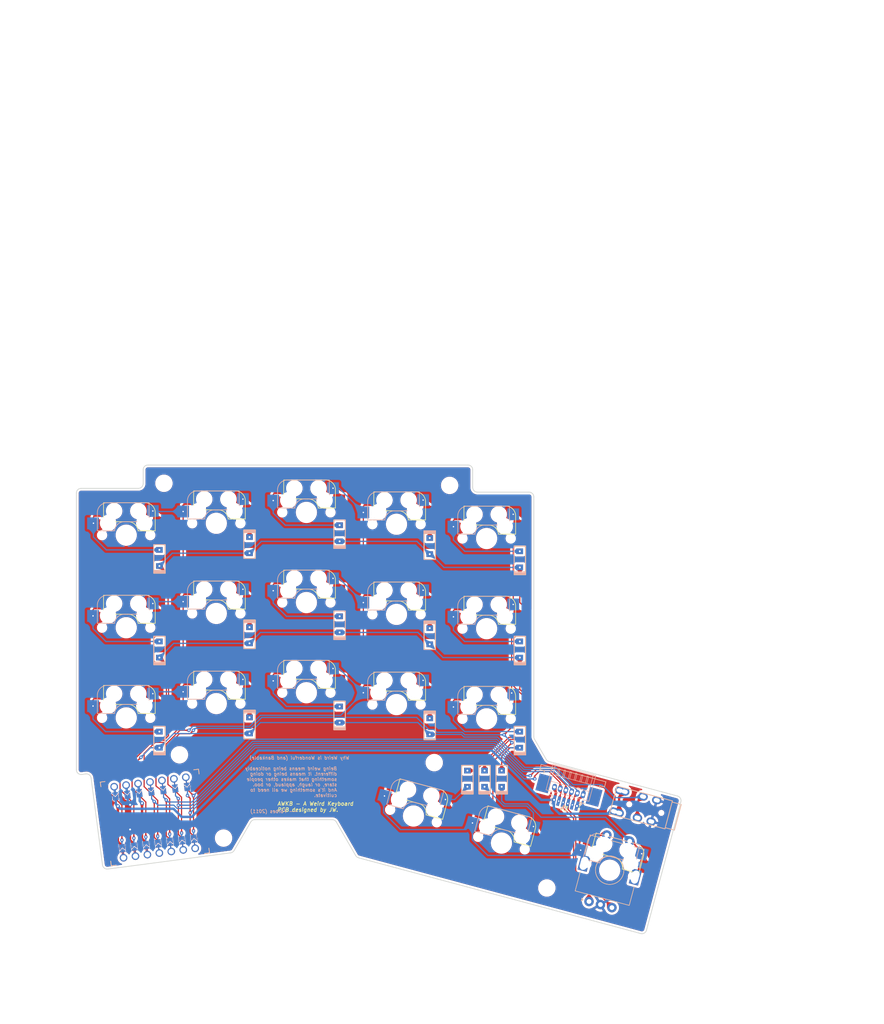
<source format=kicad_pcb>
(kicad_pcb (version 20240108) (generator "pcbnew") (generator_version "8.0")
  (layers (0 "F.Cu" signal) (31 "B.Cu" signal) (34 "B.Paste" user) (35 "F.Paste" user) (36 "B.SilkS" user "B.Silkscreen") (37 "F.SilkS" user "F.Silkscreen") (38 "B.Mask" user) (39 "F.Mask" user) (44 "Edge.Cuts" user))
  (net 0 "")
  (net 1 "row0")
  (net 2 "row1")
  (net 3 "row2")
  (net 4 "Net-(D1-A)")
  (net 5 "Net-(D3-A)")
  (net 6 "Net-(D5-A)")
  (net 7 "GND")
  (net 8 "col0")
  (net 9 "col1")
  (net 10 "col2")
  (net 11 "DATA")
  (net 12 "Net-(D2-K)")
  (net 13 "Net-(D4-K)")
  (net 14 "Net-(D16-K)")
  (net 15 "MISO")
  (net 16 "sw_row")
  (net 17 "NCS")
  (net 18 "VDD_5V")
  (net 19 "VCC")
  (net 20 "Net-(D12-K)")
  (net 21 "Net-(D13-A)")
  (net 22 "Net-(D15-A)")
  (net 23 "Net-(D11-A)")
  (net 24 "Net-(D14-K)")
  (net 25 "Net-(D6-A)")
  (net 26 "Net-(D7-K)")
  (net 27 "Net-(D8-A)")
  (net 28 "Net-(D9-K)")
  (net 29 "Net-(D10-A)")
  (net 30 "Net-(D17-K)")
  (net 31 "SCLK_ENCB")
  (net 32 "MOSI_ENCA")
  (footprint "jw_custom_footprint:Diode_SOD123_THT_2" (layer "F.Cu") (at 182.36765 96.785194 90)
    (property "Reference" "D10")
    (property "Value" "Diode")
  )
  (footprint "jw_custom_footprint:Diode_SOD123_THT_2" (layer "F.Cu") (at 163.367952 93.984794 -90)
    (property "Reference" "D9")
    (property "Value" "Diode")
  )
  (footprint "jw_custom_footprint:Diode_SOD123_THT_2" (layer "F.Cu") (at 125.368352 112.784594 -90)
    (property "Reference" "D12")
    (property "Value" "Diode")
  )
  (footprint "MountingHole:MountingHole_3.2mm_M3" (layer "F.Cu") (at 188.067152 147.042794)
    (property "Reference" "TH5" (hide yes))
    (property "Value" "HOLE")
  )
  (footprint "jw_custom_footprint:Diode_SOD123_THT_2" (layer "F.Cu") (at 171.314152 124.006794 90)
    (property "Reference" "D16")
    (property "Value" "Diode" (hide yes))
  )
  (footprint "MountingHole:MountingHole_3.2mm_M3" (layer "F.Cu") (at 164.318152 120.626794)
    (property "Reference" "TH4" (hide yes))
    (property "Value" "HOLE")
  )
  (footprint "jw_custom_footprint:CherryMX_Hotswap" (layer "F.Cu") (at 178.496055 137.562595 -15)
    (property "Reference" "SW17" (hide yes))
    (property "Value" "SW17" (hide yes))
  )
  (footprint "jw_custom_footprint:Diode_SOD123_THT_2" (layer "F.Cu") (at 163.367952 112.985194 -90)
    (property "Reference" "D14")
    (property "Value" "Diode")
  )
  (footprint "jw_custom_footprint:Diode_SOD123_THT_2" (layer "F.Cu") (at 144.367752 110.484794 90)
    (property "Reference" "D13")
    (property "Value" "Diode")
  )
  (footprint "jw_custom_footprint:Diode_SOD123_THT_2" (layer "F.Cu") (at 182.36765 77.785394 90)
    (property "Reference" "D5")
    (property "Value" "Diode")
  )
  (footprint "jw_custom_footprint:CherryMX_Hotswap" (layer "F.Cu") (at 156.367952 70.384834)
    (property "Reference" "SW4" (hide yes))
    (property "Value" "SW4")
  )
  (footprint "jw_custom_footprint:CherryMX_Hotswap" (layer "F.Cu") (at 156.367952 89.384794)
    (property "Reference" "SW9" (hide yes))
    (property "Value" "SW9")
  )
  (footprint "jw_custom_footprint:Diode_SOD123_THT_2" (layer "F.Cu") (at 144.367752 72.284634 90)
    (property "Reference" "D3")
    (property "Value" "Diode")
  )
  (footprint "jw_custom_footprint:Diode_SOD123_THT_2" (layer "F.Cu") (at 125.368352 93.784994 -90)
    (property "Reference" "D7")
    (property "Value" "Diode")
  )
  (footprint "jw_custom_footprint:CherryMX_Hotswap" (layer "F.Cu") (at 159.94243 131.865734 -15)
    (property "Reference" "SW16" (hide yes))
    (property "Value" "SW16" (hide yes))
  )
  (footprint "jw_custom_footprint:CherryMX_Hotswap" (layer "F.Cu") (at 156.367952 108.385194)
    (property "Reference" "SW14" (hide yes))
    (property "Value" "SW14")
  )
  (footprint "jw_custom_footprint:Diode_SOD123_THT_2" (layer "F.Cu") (at 182.36765 115.785194 90)
    (property "Reference" "D15")
    (property "Value" "Diode")
  )
  (footprint "jw_custom_footprint:Diode_SOD123_THT_2" (layer "F.Cu") (at 106.368152 77.484994 90)
    (property "Reference" "D1")
    (property "Value" "Diode")
  )
  (footprint "jw_custom_footprint:CherryMX_Hotswap" (layer "F.Cu") (at 99.368152 72.684994)
    (property "Reference" "SW1" (hide yes))
    (property "Value" "SW1")
  )
  (footprint "jw_custom_footprint:CherryMX_Hotswap" (layer "F.Cu") (at 175.36765 92.385194)
    (property "Reference" "SW10" (hide yes))
    (property "Value" "SW10")
  )
  (footprint "jw_custom_footprint:Diode_SOD123_THT_2" (layer "F.Cu") (at 144.367752 91.484594 90)
    (property "Reference" "D8")
    (property "Value" "Diode")
  )
  (footprint "jw_custom_footprint:CherryMX_Hotswap" (layer "F.Cu") (at 175.36765 73.385394)
    (property "Reference" "SW5" (hide yes))
    (property "Value" "SW5")
  )
  (footprint "jw_custom_footprint:Diode_SOD123_THT_2" (layer "F.Cu") (at 125.368352 74.785394 -90)
    (property "Reference" "D2")
    (property "Value" "Diode")
  )
  (footprint "jw_custom_footprint:Diode_SOD123_THT_2" (layer "F.Cu") (at 174.928152 124.006794 90)
    (property "Reference" "D17")
    (property "Value" "Diode" (hide yes))
  )
  (footprint "Connector_FFC-FPC:TE_84952-6_1x06-1MP_P1.0mm_Horizontal" (layer "F.Cu") (at 192.468212 127.38508 165)
    (property "Reference" "J3")
    (property "Value" "Conn_01x06_Female")
  )
  (footprint "jw_custom_footprint:CherryMX_Hotswap" (layer "F.Cu") (at 99.368152 111.184794)
    (property "Reference" "SW11" (hide yes))
    (property "Value" "SW11")
  )
  (footprint "jw_custom_footprint:Diode_SOD123_THT_2" (layer "F.Cu") (at 178.542152 124.006794 90)
    (property "Reference" "D18")
    (property "Value" "Diode" (hide yes))
  )
  (footprint "MountingHole:MountingHole_3.2mm_M3" (layer "F.Cu") (at 110.597152 118.975794)
    (property "Reference" "TH3" (hide yes))
    (property "Value" "HOLE" (hide yes))
  )
  (footprint "jw_custom_footprint:CherryMX_Hotswap" (layer "F.Cu") (at 118.368352 108.184594)
    (property "Reference" "SW12" (hide yes))
    (property "Value" "SW12")
  )
  (footprint "jw_custom_footprint:CherryMX_Hotswap" (layer "F.Cu") (at 201.314829 143.292722 -15)
    (property "Reference" "SW18" (hide yes))
    (property "Value" "SW18" (hide yes))
  )
  (footprint "jw_custom_image:square_1" (layer "F.Cu") (at 127.310352 126.925994 35)
    (property "Reference" "G***" (hide yes))
    (property "Value" "LOGO" (hide yes))
  )
  (footprint "jw_custom_footprint:CherryMX_Hotswap" (layer "F.Cu") (at 118.368352 70.185394)
    (property "Reference" "SW2" (hide yes))
    (property "Value" "SW2")
  )
  (footprint "MountingHole:MountingHole_3.2mm_M3" (layer "F.Cu") (at 167.569179 62.19675)
    (property "Reference" "TH1" (hide yes))
    (property "Value" "HOLE")
  )
  (footprint "jw_custom_footprint:CherryMX_Hotswap" (layer "F.Cu") (at 99.368152 92.184394)
    (property "Reference" "SW6" (hide yes))
    (property "Value" "SW6")
  )
  (footprint "jw_custom_footprint:CherryMX_Hotswap" (layer "F.Cu") (at 137.367752 67.884634)
    (property "Reference" "SW3" (hide yes))
    (property "Value" "SW3")
  )
  (footprint "jw_custom_footprint:TRRS-PJ-DPB2_mod" (layer "F.Cu") (at 213.75304 131.634109 -105)
    (property "Reference" "J1" (hide yes))
    (property "Value" "4PIN" (hide yes))
  )
  (footprint "jw_custom_footprint:Diode_SOD123_THT_2" (layer "F.Cu") (at 106.368152 115.784794 90)
    (property "Reference" "D11")
    (property "Value" "Diode")
  )
  (footprint "MountingHole:MountingHole_3.2mm_M3" (layer "F.Cu") (at 107.320552 61.749594)
    (property "Reference" "TH2" (hide yes))
    (property "Value" "HOLE")
  )
  (footprint "MountingHole:MountingHole_3.2mm_M3" (layer "F.Cu") (at 119.893552 136.527194)
    (property "Reference" "TH6" (hide yes))
    (property "Value" "HOLE" (hide yes))
  )
  (footprint "jw_custom_footprint:CherryMX_Hotswap" (layer "F.Cu") (at 175.36765 111.385194)
    (property "Reference" "SW15" (hide yes))
    (property "Value" "SW15")
  )
  (footprint "jw_custom_footprint:CherryMX_Hotswap" (layer "F.Cu") (at 137.367752 105.884794)
    (property "Reference" "SW13" (hide yes))
    (property "Value" "SW13")
  )
  (footprint "jw_custom_footprint:RotaryEncoder_Alps_EC11E-Switch_Vertical_H20mm" (layer "F.Cu") (at 201.314829 143.292722 165)
    (property "Reference" "EC1" (hide yes))
    (property "Value" "Rotary_Encoder_Switch")
  )
  (footprint "jw_custom_footprint:CherryMX_Hotswap" (layer "F.Cu") (at 137.367752 86.884594)
    (property "Reference" "SW8" (hide yes))
    (property "Value" "SW8")
  )
  (footprint "jw_custom_footprint:Diode_SOD123_THT_2" (layer "F.Cu") (at 106.368152 96.784394 90)
    (property "Reference" "D6")
    (property "Value" "Diode")
  )
  (footprint "jw_custom_footprint:Diode_SOD123_THT_2" (layer "F.Cu") (at 163.367952 74.984834 -90)
    (property "Reference" "D4")
    (property "Value" "Diode")
  )
  (footprint "jw_custom_footprint:CherryMX_Hotswap" (layer "F.Cu") (at 118.368352 89.184994)
    (property "Reference" "SW7" (hide yes))
    (property "Value" "SW7")
  )
  (footprint "Connector_FFC-FPC:TE_84952-6_1x06-1MP_P1.0mm_Horizontal" (layer "B.Cu") (at 192.468212 127.38508 -15)
    (property "Reference" "J4")
    (property "Value" "Conn_01x06_Female")
  )
  (footprint "jw_custom_footprint:Xiao THT jumper pad_flipped" (layer "B.Cu") (at 105.21003 132.218659 -82.5)
    (property "Reference" "U1" (hide yes))
    (property "Value" "SeeeduinoXIAO")
  )
  (footprint "Connector_Hirose:Hirose_DF13-06P-1.25DS_1x06_P1.25mm_Horizontal" (layer "B.Cu") (at 195.699771 127.398807 165)
    (property "Reference" "J2" (hide yes))
    (property "Value" "Conn_01x06_Female")
  )
  (gr_line (start 172.432333 58.898294) (end 172.432333 62.6139) (stroke (width 0.15)) (layer "Edge.Cuts"))
  (gr_line (start 185.451978 115.648394) (end 187.922516 119.927491) (stroke (width 0.15)) (layer "Edge.Cuts"))
  (gr_arc (start 209.081867 155.93768) (mid 208.615929 156.544834) (end 207.857121 156.644787) (stroke (width 0.15)) (layer "Edge.Cuts"))
  (gr_line (start 143.668384 133.135059) (end 147.754146 140.221685) (stroke (width 0.15)) (layer "Edge.Cuts"))
  (gr_line (start 142.80453 132.6388) (end 126.498814 132.6388) (stroke (width 0.15)) (layer "Edge.Cuts"))
  (gr_arc (start 142.80453 132.6388) (mid 143.302645 132.771706) (end 143.668384 133.135059) (stroke (width 0.15)) (layer "Edge.Cuts"))
  (gr_arc (start 125.633952 133.13679) (mid 125.99982 132.772196) (end 126.498814 132.6388) (stroke (width 0.15)) (layer "Edge.Cuts"))
  (gr_arc (start 215.621692 127.667011) (mid 216.228877 128.132939) (end 216.328799 128.891757) (stroke (width 0.15)) (layer "Edge.Cuts"))
  (gr_line (start 171.432333 57.898294) (end 103.939848 57.898294) (stroke (width 0.15)) (layer "Edge.Cuts"))
  (gr_line (start 121.388919 139.639202) (end 95.485573 143.051275) (stroke (width 0.15)) (layer "Edge.Cuts"))
  (gr_line (start 207.857121 156.644787) (end 148.361211 140.687573) (stroke (width 0.15)) (layer "Edge.Cuts"))
  (gr_arc (start 89.985278 123.119563) (mid 89.195434 122.879938) (end 88.854752 122.128118) (stroke (width 0.15)) (layer "Edge.Cuts"))
  (gr_arc (start 122.121904 139.151978) (mid 121.811897 139.480567) (end 121.388919 139.639202) (stroke (width 0.15)) (layer "Edge.Cuts"))
  (gr_arc (start 171.432333 57.898294) (mid 172.13944 58.191187) (end 172.432333 58.898294) (stroke (width 0.15)) (layer "Edge.Cuts"))
  (gr_arc (start 102.939848 61.817) (mid 102.646952 62.524088) (end 101.939848 62.817) (stroke (width 0.15)) (layer "Edge.Cuts"))
  (gr_line (start 89.854752 62.817) (end 101.939848 62.817) (stroke (width 0.15)) (layer "Edge.Cuts"))
  (gr_line (start 102.939848 61.817) (end 102.939848 58.898294) (stroke (width 0.15)) (layer "Edge.Cuts"))
  (gr_line (start 185.318003 64.6139) (end 185.318003 115.148394) (stroke (width 0.15)) (layer "Edge.Cuts"))
  (gr_line (start 91.959249 123.868739) (end 94.363421 142.189955) (stroke (width 0.15)) (layer "Edge.Cuts"))
  (gr_arc (start 102.939848 58.898294) (mid 103.23274 58.191173) (end 103.939848 57.898294) (stroke (width 0.15)) (layer "Edge.Cuts"))
  (gr_arc (start 188.529246 120.393289) (mid 188.179584 120.220694) (end 187.922516 119.927491) (stroke (width 0.15)) (layer "Edge.Cuts"))
  (gr_line (start 216.328799 128.891757) (end 209.081867 155.93768) (stroke (width 0.15)) (layer "Edge.Cuts"))
  (gr_line (start 90.837223 123.007402) (end 89.985278 123.119563) (stroke (width 0.15)) (layer "Edge.Cuts"))
  (gr_line (start 184.318003 63.6139) (end 173.432333 63.6139) (stroke (width 0.15)) (layer "Edge.Cuts"))
  (gr_line (start 215.621692 127.667011) (end 188.529246 120.393289) (stroke (width 0.15)) (layer "Edge.Cuts"))
  (gr_line (start 88.854752 63.817) (end 88.854752 122.128118) (stroke (width 0.15)) (layer "Edge.Cuts"))
  (gr_arc (start 95.485573 143.051275) (mid 94.746042 142.853111) (end 94.363421 142.189955) (stroke (width 0.15)) (layer "Edge.Cuts"))
  (gr_arc (start 88.854752 63.817) (mid 89.147648 63.109912) (end 89.854752 62.817) (stroke (width 0.15)) (layer "Edge.Cuts"))
  (gr_arc (start 184.318003 63.6139) (mid 185.02511 63.906793) (end 185.318003 64.6139) (stroke (width 0.15)) (layer "Edge.Cuts"))
  (gr_arc (start 173.432333 63.6139) (mid 172.725205 63.321018) (end 172.432333 62.6139) (stroke (width 0.15)) (layer "Edge.Cuts"))
  (gr_arc (start 148.361211 140.687573) (mid 148.011337 140.515007) (end 147.754146 140.221685) (stroke (width 0.15)) (layer "Edge.Cuts"))
  (gr_arc (start 90.837223 123.007402) (mid 91.576678 123.205622) (end 91.959249 123.868739) (stroke (width 0.15)) (layer "Edge.Cuts"))
  (gr_line (start 125.633952 133.13679) (end 122.121904 139.151978) (stroke (width 0.15)) (layer "Edge.Cuts"))
  (gr_arc (start 185.451978 115.648394) (mid 185.352064 115.407215) (end 185.318003 115.148394) (stroke (width 0.15)) (layer "Edge.Cuts"))
  (gr_text "Why Weird is Wonderful (and Bankable)\n\n	Being weird means being noticeably \n	different. It means being or doing \n	something that makes other people \n	stare, or laugh, applaud, or boo. \n	And it's something we all need to \n	cultivate.\n\n\n				-- Forbes (2011)" (at 146.538152 131.294794 0) (layer "B.SilkS") (effects (font (size 0.7 0.7) (thickness 0.125) (bold yes) (italic yes)) (justify left bottom mirror)))
  (gr_text "AWKB - A Weird Keyboard\nPCB designed by JW." (at 131.171152 129.923194 0) (layer "F.SilkS") (effects (font (size 0.8 0.8) (thickness 0.15) (italic yes)) (justify left)))
  (segment (start 182.36765 79.285394) (end 182.36765 86.875026) (width 0.25) (layer "F.Cu") (net 1))
  (segment (start 180.066152 115.292794) (end 173.052152 122.306794) (width 0.25) (layer "F.Cu") (net 1))
  (segment (start 183.241152 115.292794) (end 180.066152 115.292794) (width 0.25) (layer "F.Cu") (net 1))
  (segment (start 173.052152 122.306794) (end 171.314152 122.306794) (width 0.25) (layer "F.Cu") (net 1))
  (segment (start 181.094624 104.548981) (end 183.990224 107.444581) (width 0.25) (layer "F.Cu") (net 1))
  (segment (start 183.939424 91.507318) (end 181.094624 94.352118) (width 0.25) (layer "F.Cu") (net 1))
  (segment (start 108.196624 91.305922) (end 105.161552 94.340994) (width 0.25) (layer "F.Cu") (net 1))
  (segment (start 95.430261 126.566532) (end 96.962664 128.098935) (width 0.25) (layer "F.Cu") (net 1))
  (segment (start 107.134334 115.460294) (end 104.929409 115.460294) (width 0.25) (layer "F.Cu") (net 1))
  (segment (start 183.990224 114.543722) (end 183.241152 115.292794) (width 0.25) (layer "F.Cu") (net 1))
  (segment (start 98.45785 136.947982) (end 98.457032 136.947164) (width 0.25) (layer "F.Cu") (net 1))
  (segment (start 106.368152 79.184994) (end 108.196624 81.013466) (width 0.25) (layer "F.Cu") (net 1))
  (segment (start 98.457032 129.593303) (end 97.17067 128.306941) (width 0.25) (layer "F.Cu") (net 1))
  (segment (start 183.939424 88.4468) (end 183.939424 91.507318) (width 0.25) (layer "F.Cu") (net 1))
  (segment (start 98.457032 136.947164) (end 98.457032 129.593303) (width 0.25) (layer "F.Cu") (net 1))
  (segment (start 105.161552 99.189194) (end 107.847145 101.874787) (width 0.25) (layer "F.Cu") (net 1))
  (segment (start 95.430261 124.959442) (end 95.430261 126.566532) (width 0.25) (layer "F.Cu") (net 1))
  (segment (start 96.962664 128.098935) (end 97.143286 128.098935) (width 0.25) (layer "F.Cu") (net 1))
  (segment (start 182.36765 86.875026) (end 183.939424 88.4468) (width 0.25) (layer "F.Cu") (net 1))
  (segment (start 108.196624 81.013466) (end 108.196624 91.305922) (width 0.25) (layer "F.Cu") (net 1))
  (segment (start 105.161552 94.340994) (end 105.161552 99.189194) (width 0.25) (layer "F.Cu") (net 1))
  (segment (start 107.847145 101.874787) (end 107.847145 114.747483) (width 0.25) (layer "F.Cu") (net 1))
  (segment (start 107.847145 114.747483) (end 107.134334 115.460294) (width 0.25) (layer "F.Cu") (net 1))
  (segment (start 183.990224 107.444581) (end 183.990224 114.543722) (width 0.25) (layer "F.Cu") (net 1))
  (segment (start 104.929409 115.460294) (end 95.430261 124.959442) (width 0.25) (layer "F.Cu") (net 1))
  (segment (start 181.094624 94.352118) (end 181.094624 104.548981) (width 0.25) (layer "F.Cu") (net 1))
  (via (at 98.45785 136.947982) (size 0.7) (drill 0.3) (layers "F.Cu" "B.Cu") (net 1))
  (segment (start 144.367752 73.984634) (end 127.869112 73.984634) (width 0.25) (layer "B.Cu") (net 1))
  (segment (start 98.457032 136.9488) (end 98.457032 138.077828) (width 0.25) (layer "B.Cu") (net 1))
  (segment (start 144.367752 73.984634) (end 160.667752 73.984634) (width 0.25) (layer "B.Cu") (net 1))
  (segment (start 125.368352 76.485394) (end 109.067752 76.485394) (width 0.25) (layer "B.Cu") (net 1))
  (segment (start 98.45785 136.947982) (end 98.457032 136.9488) (width 0.25) (layer "B.Cu") (net 1))
  (segment (start 166.368512 79.485394) (end 163.367952 76.484834) (width 0.25) (layer "B.Cu") (net 1))
  (segment (start 160.667752 73.984634) (end 163.367952 76.684834) (width 0.25) (layer "B.Cu") (net 1))
  (segment (start 109.067752 76.485394) (end 106.368152 79.184994) (width 0.25) (layer "B.Cu") (net 1))
  (segment (start 127.869112 73.984634) (end 125.368352 76.485394) (width 0.25) (layer "B.Cu") (net 1))
  (segment (start 182.36765 79.485394) (end 166.368512 79.485394) (width 0.25) (layer "B.Cu") (net 1))
  (segment (start 100.975302 129.261766) (end 99.68894 127.975404) (width 0.25) (layer "F.Cu") (net 2))
  (segment (start 174.928152 121.06719) (end 174.928152 122.306794) (width 0.25) (layer "F.Cu") (net 2))
  (segment (start 184.440224 114.730118) (end 183.427548 115.742794) (width 0.25) (layer "F.Cu") (net 2))
  (segment (start 105.115805 115.910294) (end 98.066 122.960099) (width 0.25) (layer "F.Cu") (net 2))
  (segment (start 180.252548 115.742794) (end 174.928152 121.06719) (width 0.25) (layer "F.Cu") (net 2))
  (segment (start 108.297145 114.933879) (end 107.32073 115.910294) (width 0.25) (layer "F.Cu") (net 2))
  (segment (start 100.975302 136.5424) (end 100.975302 129.261766) (width 0.25) (layer "F.Cu") (net 2))
  (segment (start 98.066 126.296969) (end 99.533653 127.764622) (width 0.25) (layer "F.Cu") (net 2))
  (segment (start 98.066 122.960099) (end 98.066 126.296969) (width 0.25) (layer "F.Cu") (net 2))
  (segment (start 183.427548 115.742794) (end 180.252548 115.742794) (width 0.25) (layer "F.Cu") (net 2))
  (segment (start 106.368152 98.484394) (end 108.297145 100.413387) (width 0.25) (layer "F.Cu") (net 2))
  (segment (start 184.440224 107.258185) (end 184.440224 114.730118) (width 0.25) (layer "F.Cu") (net 2))
  (segment (start 107.32073 115.910294) (end 105.115805 115.910294) (width 0.25) (layer "F.Cu") (net 2))
  (segment (start 182.36765 105.185611) (end 184.440224 107.258185) (width 0.25) (layer "F.Cu") (net 2))
  (segment (start 182.36765 98.485194) (end 182.36765 105.185611) (width 0.25) (layer "F.Cu") (net 2))
  (segment (start 108.297145 100.413387) (end 108.297145 114.933879) (width 0.25) (layer "F.Cu") (net 2))
  (via (at 100.975302 136.5424) (size 0.7) (drill 0.3) (layers "F.Cu" "B.Cu") (net 2))
  (segment (start 100.975302 136.5424) (end 100.975302 137.746292) (width 0.25) (layer "B.Cu") (net 2))
  (segment (start 166.168352 98.485194) (end 163.367952 95.684794) (width 0.25) (layer "B.Cu") (net 2))
  (segment (start 144.367752 93.184594) (end 160.867752 93.184594) (width 0.25) (layer "B.Cu") (net 2))
  (segment (start 109.367552 95.484994) (end 106.368152 98.484394) (width 0.25) (layer "B.Cu") (net 2))
  (segment (start 127.668752 93.184594) (end 125.368352 95.484994) (width 0.25) (layer "B.Cu") (net 2))
  (segment (start 163.367952 95.684794) (end 163.367952 95.484794) (width 0.25) (layer "B.Cu") (net 2))
  (segment (start 166.168352 98.485194) (end 182.36765 98.485194) (width 0.25) (layer "B.Cu") (net 2))
  (segment (start 160.867752 93.184594) (end 163.367952 95.684794) (width 0.25) (layer "B.Cu") (net 2))
  (segment (start 125.368352 95.484994) (end 109.367552 95.484994) (width 0.25) (layer "B.Cu") (net 2))
  (segment (start 144.367752 93.184594) (end 127.668752 93.184594) (width 0.25) (layer "B.Cu") (net 2))
  (segment (start 180.315359 117.485194) (end 178.542152 119.258401) (width 0.25) (layer "F.Cu") (net 3))
  (segment (start 103.5011 136.2884) (end 103.5016 136.2879) (width 0.25) (layer "F.Cu") (net 3))
  (segment (start 178.542152 119.258401) (end 178.542152 122.306794) (width 0.25) (layer "F.Cu") (net 3))
  (segment (start 103.5016 128.938258) (end 102.20721 127.643868) (width 0.25) (layer "F.Cu") (net 3))
  (segment (start 102.4715 119.509194) (end 100.606 121.374694) (width 0.25) (layer "F.Cu") (net 3))
  (segment (start 182.36765 117.485194) (end 180.315359 117.485194) (width 0.25) (layer "F.Cu") (net 3))
  (segment (start 103.5016 136.2879) (end 103.5016 128.938258) (width 0.25) (layer "F.Cu") (net 3))
  (segment (start 100.606 125.987163) (end 102.051922 127.433085) (width 0.25) (layer "F.Cu") (net 3))
  (segment (start 182.367224 117.48562) (end 182.36765 117.485194) (width 0.25) (layer "F.Cu") (net 3))
  (segment (start 100.606 121.374694) (end 100.606 125.987163) (width 0.25) (layer "F.Cu") (net 3))
  (segment (start 178.542578 122.278368) (end 178.514152 122.306794) (width 0.3) (layer "F.Cu") (net 3))
  (via (at 103.5011 136.2884) (size 0.7) (drill 0.3) (layers "F.Cu" "B.Cu") (net 3))
  (via (at 102.4715 119.509194) (size 0.7) (drill 0.3) (layers "F.Cu" "B.Cu") (net 3))
  (segment (start 127.668152 112.184794) (end 125.368352 114.484594) (width 0.25) (layer "B.Cu") (net 3))
  (segment (start 109.368352 114.484594) (end 106.368152 117.484794) (width 0.25) (layer "B.Cu") (net 3))
  (segment (start 177.65271 115.2342) (end 179.903704 117.485194) (width 0.25) (layer "B.Cu") (net 3))
  (segment (start 103.493572 136.295928) (end 103.493572 137.414755) (width 0.25) (layer "B.Cu") (net 3))
  (segment (start 104.4959 117.484794) (end 106.368152 117.484794) (width 0.25) (layer "B.Cu") (net 3))
  (segment (start 160.867552 112.184794) (end 163.367952 114.685194) (width 0.25) (layer "B.Cu") (net 3))
  (segment (start 144.367752 112.184794) (end 127.668152 112.184794) (width 0.25) (layer "B.Cu") (net 3))
  (segment (start 179.903704 117.485194) (end 182.36765 117.485194) (width 0.25) (layer "B.Cu") (net 3))
  (segment (start 170.043026 114.685194) (end 170.592032 115.2342) (width 0.25) (layer "B.Cu") (net 3))
  (segment (start 170.592032 115.2342) (end 177.65271 115.2342) (width 0.25) (layer "B.Cu") (net 3))
  (segment (start 102.4715 119.509194) (end 104.4959 117.484794) (width 0.25) (layer "B.Cu") (net 3))
  (segment (start 125.368352 114.484594) (end 109.368352 114.484594) (width 0.25) (layer "B.Cu") (net 3))
  (segment (start 163.367952 114.685194) (end 170.043026 114.685194) (width 0.25) (layer "B.Cu") (net 3))
  (segment (start 103.5011 136.2884) (end 103.493572 136.295928) (width 0.25) (layer "B.Cu") (net 3))
  (segment (start 144.367752 112.184794) (end 160.867552 112.184794) (width 0.25) (layer "B.Cu") (net 3))
  (segment (start 92.458756 68.88439) (end 92.458756 70.170397) (width 0.25) (layer "F.Cu") (net 4))
  (segment (start 93.757552 67.585594) (end 92.458756 68.88439) (width 0.25) (layer "F.Cu") (net 4))
  (via (at 92.458756 70.170397) (size 0.7) (drill 0.3) (layers "F.Cu" "B.Cu") (net 4))
  (segment (start 92.458756 73.076732) (end 95.167018 75.784994) (width 0.25) (layer "B.Cu") (net 4))
  (segment (start 92.458756 70.170397) (end 92.458756 73.076732) (width 0.25) (layer "B.Cu") (net 4))
  (segment (start 95.167018 75.784994) (end 106.368152 75.784994) (width 0.25) (layer "B.Cu") (net 4))
  (segment (start 131.690852 62.779234) (end 130.370052 64.100034) (width 0.25) (layer "F.Cu") (net 5))
  (segment (start 130.370052 64.100034) (end 130.370052 65.395434) (width 0.25) (layer "F.Cu") (net 5))
  (via (at 130.370052 65.395434) (size 0.7) (drill 0.3) (layers "F.Cu" "B.Cu") (net 5))
  (segment (start 130.370052 65.395434) (end 130.370052 68.051828) (width 0.25) (layer "B.Cu") (net 5))
  (segment (start 130.370052 68.051828) (end 132.902858 70.584634) (width 0.25) (layer "B.Cu") (net 5))
  (segment (start 132.902858 70.584634) (end 144.367752 70.584634) (width 0.25) (layer "B.Cu") (net 5))
  (segment (start 168.36995 69.600794) (end 168.36995 70.896194) (width 0.25) (layer "F.Cu") (net 6))
  (segment (start 169.69075 68.279994) (end 168.36995 69.600794) (width 0.25) (layer "F.Cu") (net 6))
  (via (at 168.36995 70.896194) (size 0.7) (drill 0.3) (layers "F.Cu" "B.Cu") (net 6))
  (segment (start 168.36995 73.699116) (end 168.36995 70.896194) (width 0.25) (layer "B.Cu") (net 6))
  (segment (start 182.36765 76.085394) (end 170.756228 76.085394) (width 0.25) (layer "B.Cu") (net 6))
  (segment (start 170.756228 76.085394) (end 168.36995 73.699116) (width 0.25) (layer "B.Cu") (net 6))
  (segment (start 100.184869 129.495931) (end 100.175302 129.505498) (width 0.5) (layer "F.Cu") (net 7))
  (segment (start 100.175302 136.946292) (end 100.975302 137.746292) (width 0.5) (layer "F.Cu") (net 7))
  (segment (start 195.596155 127.785505) (end 194.830691 128.227446) (width 0.5) (layer "F.Cu") (net 7))
  (segment (start 195.699771 127.398807) (end 195.596155 127.785505) (width 0.5) (layer "F.Cu") (net 7))
  (segment (start 194.830691 128.227446) (end 194.417152 129.770794) (width 0.5) (layer "F.Cu") (net 7))
  (segment (start 100.175302 129.505498) (end 100.175302 136.946292) (width 0.5) (layer "F.Cu") (net 7))
  (via (at 100.184869 134.7136) (size 0.8) (drill 0.4) (layers "F.Cu" "B.Cu") (net 7))
  (via (at 194.417152 129.770794) (size 0.8) (drill 0.4) (layers "F.Cu" "B.Cu") (net 7))
  (via (at 100.184869 129.495931) (size 0.8) (drill 0.4) (layers "F.Cu" "B.Cu") (net 7))
  (segment (start 100.184869 129.495931) (end 99.68894 129.000002) (width 0.5) (layer "B.Cu") (net 7))
  (segment (start 99.68894 129.000002) (end 99.68894 127.975404) (width 0.5) (layer "B.Cu") (net 7))
  (segment (start 106.277548 107.38419) (end 104.978752 106.085394) (width 0.25) (layer "F.Cu") (net 8))
  (segment (start 106.277548 88.38379) (end 104.978752 87.084994) (width 0.25) (layer "F.Cu") (net 8))
  (segment (start 103.146 125.677356) (end 104.570193 127.101549) (width 0.25) (layer "F.Cu") (net 8))
  (segment (start 111.370652 86.695794) (end 111.370652 101.758394) (width 0.25) (layer "F.Cu") (net 8))
  (segment (start 106.004656 136.122144) (end 106.004656 128.591507) (width 0.25) (layer "F.Cu") (net 8))
  (segment (start 111.370652 82.758794) (end 112.691452 84.079594) (width 0.25) (layer "F.Cu") (net 8))
  (segment (start 111.370652 85.400394) (end 111.370652 86.695794) (width 0.25) (layer "F.Cu") (net 8))
  (segment (start 107.507126 116.360294) (end 105.465652 116.360294) (width 0.25) (layer "F.Cu") (net 8))
  (segment (start 111.370652 101.758394) (end 112.691452 103.079194) (width 0.25) (layer "F.Cu") (net 8))
  (segment (start 111.370652 112.496768) (end 107.507126 116.360294) (width 0.25) (layer "F.Cu") (net 8))
  (segment (start 106.277548 108.670197) (end 106.277548 107.38419) (width 0.25) (layer "F.Cu") (net 8))
  (segment (start 111.370652 105.695394) (end 111.370652 112.496768) (width 0.25) (layer "F.Cu") (net 8))
  (segment (start 111.370652 67.696194) (end 111.370652 66.400794) (width 0.35) (layer "F.Cu") (net 8))
  (segment (start 106.277548 68.88439) (end 104.978752 67.585594) (width 0.25) (layer "F.Cu") (net 8))
  (segment (start 106.277548 89.669797) (end 106.277548 88.38379) (width 0.25) (layer "F.Cu") (net 8))
  (segment (start 111.370652 104.399994) (end 111.370652 105.695394) (width 0.25) (layer "F.Cu") (net 8))
  (segment (start 106.277548 70.170397) (end 106.277548 68.88439) (width 0.25) (layer "F.Cu") (net 8))
  (segment (start 111.370652 66.400794) (end 112.691452 65.079994) (width 0.35) (layer "F.Cu") (net 8))
  (segment (start 103.146 118.679946) (end 103.146 125.677356) (width 0.25) (layer "F.Cu") (net 8))
  (segment (start 105.465652 116.360294) (end 103.146 118.679946) (width 0.25) (layer "F.Cu") (net 8))
  (segment (start 112.691452 84.079594) (end 111.370652 85.400394) (width 0.25) (layer "F.Cu") (net 8))
  (segment (start 106.004656 128.591507) (end 104.72548 127.312331) (width 0.25) (layer "F.Cu") (net 8))
  (segment (start 112.691452 103.079194) (end 111.370652 104.399994) (width 0.25) (layer "F.Cu") (net 8))
  (segment (start 111.370652 67.696194) (end 111.370652 82.758794) (width 0.25) (layer "F.Cu") (net 8))
  (via (at 111.370652 67.696194) (size 0.7) (drill 0.3) (layers "F.Cu" "B.Cu") (net 8))
  (via (at 104.978752 106.085394) (size 0.7) (drill 0.3) (layers "F.Cu" "B.Cu") (net 8))
  (via (at 111.370652 105.695394) (size 0.7) (drill 0.3) (layers "F.Cu" "B.Cu") (net 8))
  (via (at 106.004656 136.122144) (size 0.7) (drill 0.3) (layers "F.Cu" "B.Cu") (net 8))
  (via (at 111.370652 86.695794) (size 0.7) (drill 0.3) (layers "F.Cu" "B.Cu") (net 8))
  (via (at 104.978752 67.585594) (size 0.7) (drill 0.3) (layers "F.Cu" "B.Cu") (net 8))
  (via (at 104.978752 87.084994) (size 0.7) (drill 0.3) (layers "F.Cu" "B.Cu") (net 8))
  (segment (start 105.089352 67.696194) (end 104.978752 67.585594) (width 0.25) (layer "B.Cu") (net 8))
  (segment (start 111.370652 86.695794) (end 105.367952 86.695794) (width 0.25) (layer "B.Cu") (net 8))
  (segment (start 105.368752 105.695394) (end 104.978752 106.085394) (width 0.25) (layer "B.Cu") (net 8))
  (segment (start 106.004656 136.122144) (end 106.011842 136.12933) (width 0.25) (layer "B.Cu") (net 8))
  (segment (start 111.370652 67.696194) (end 105.089352 67.696194) (width 0.25) (layer "B.Cu") (net 8))
  (segment (start 105.367952 86.695794) (end 104.978752 87.084994) (width 0.25) (layer "B.Cu") (net 8))
  (segment (start 111.370652 105.695394) (end 105.368752 105.695394) (width 0.25) (layer "B.Cu") (net 8))
  (segment (start 106.011842 136.12933) (end 106.011842 137.083219) (width 0.25) (layer "B.Cu") (net 8))
  (segment (start 105.787956 125.674236) (end 107.216001 126.770013) (width 0.25) (layer "F.Cu") (net 9))
  (segment (start 105.644152 120.158794) (end 105.644152 125.530432) (width 0.25) (layer "F.Cu") (net 9))
  (segment (start 144.277148 103.370197) (end 144.277148 102.08419) (width 0.25) (layer "F.Cu") (net 9))
  (segment (start 107.708752 116.795064) (end 107.708752 117.995064) (width 0.25) (layer "F.Cu") (net 9))
  (segment (start 150.691052 65.279434) (end 149.370252 66.600234) (width 0.25) (layer "F.Cu") (net 9))
  (segment (start 144.277148 102.08419) (end 142.978352 100.785394) (width 0.25) (layer "F.Cu") (net 9))
  (segment (start 149.370252 66.600234) (end 149.370252 67.895634) (width 0.25) (layer "F.Cu") (net 9))
  (segment (start 150.691052 84.279394) (end 149.370252 85.600194) (width 0.25) (layer "F.Cu") (net 9))
  (segment (start 105.644152 125.530432) (end 105.787956 125.674236) (width 0.25) (layer "F.Cu") (net 9))
  (segment (start 149.370252 85.600194) (end 149.370252 86.895594) (width 0.25) (layer "F.Cu") (net 9))
  (segment (start 108.5308 128.267845) (end 107.24375 126.980795) (width 0.25) (layer "F.Cu") (net 9))
  (segment (start 149.370252 67.895634) (end 149.370252 82.958594) (width 0.25) (layer "F.Cu") (net 9))
  (segment (start 144.277148 64.08403) (end 142.978352 62.785234) (width 0.25) (layer "F.Cu") (net 9))
  (segment (start 112.586308 113.810094) (end 110.693722 113.810094) (width 0.25) (layer "F.Cu") (net 9))
  (segment (start 108.5308 135.6788) (end 108.5308 128.267845) (width 0.25) (layer "F.Cu") (net 9))
  (segment (start 149.370252 101.958994) (end 150.691052 103.279794) (width 0.25) (layer "F.Cu") (net 9))
  (segment (start 149.370252 82.958594) (end 150.691052 84.279394) (width 0.25) (layer "F.Cu") (net 9))
  (segment (start 144.277148 83.08399) (end 142.978352 81.785194) (width 0.25) (layer "F.Cu") (net 9))
  (segment (start 144.277148 84.369997) (end 144.277148 83.08399) (width 0.25) (layer "F.Cu") (net 9))
  (segment (start 149.370252 86.895594) (end 149.370252 101.958994) (width 0.25) (layer "F.Cu") (net 9))
  (segment (start 110.693722 113.810094) (end 107.708752 116.795064) (width 0.25) (layer "F.Cu") (net 9))
  (segment (start 144.277148 65.370037) (end 144.277148 64.08403) (width 0.25) (layer "F.Cu") (net 9))
  (segment (start 149.370252 104.600594) (end 149.370252 105.895994) (width 0.25) (layer "F.Cu") (net 9))
  (segment (start 150.691052 103.279794) (end 149.370252 104.600594) (width 0.25) (layer "F.Cu") (net 9))
  (segment (start 107.708752 118.094194) (end 105.644152 120.158794) (width 0.25) (layer "F.Cu") (net 9))
  (via (at 112.586308 113.810094) (size 0.7) (drill 0.3) (layers "F.Cu" "B.Cu") (net 9))
  (via (at 149.370252 86.895594) (size 0.7) (drill 0.3) (layers "F.Cu" "B.Cu") (net 9))
  (via (at 149.370252 67.895634) (size 0.7) (drill 0.3) (layers "F.Cu" "B.Cu") (net 9))
  (via (at 108.5308 135.6788) (size 0.7) (drill 0.3) (layers "F.Cu" "B.Cu") (net 9))
  (via (at 149.370252 105.895994) (size 0.7) (drill 0.3) (layers "F.Cu" "B.Cu") (net 9))
  (via (at 142.978352 100.785394) (size 0.7) (drill 0.3) (layers "F.Cu" "B.Cu") (net 9))
  (via (at 142.978352 81.785194) (size 0.7) (drill 0.3) (layers "F.Cu" "B.Cu") (net 9))
  (via (at 142.978352 62.785234) (size 0.7) (drill 0.3) (layers "F.Cu" "B.Cu") (net 9))
  (segment (start 112.586308 113.810094) (end 113.433208 112.963194) (width 0.25) (layer "B.Cu") (net 9))
  (segment (start 125.372752 112.963194) (end 127.684152 110.651794) (width 0.25) (layer "B.Cu") (net 9))
  (segment (start 108.530112 135.679488) (end 108.5308 135.6788) (width 0.25) (layer "B.Cu") (net 9))
  (segment (start 144.259652 100.785394) (end 149.370252 105.895994) (width 0.25) (layer "B.Cu") (net 9))
  (segment (start 144.259852 62.785234) (end 149.370252 67.895634) (width 0.25) (layer "B.Cu") (net 9))
  (segment (start 149.370252 86.895594) (end 144.259852 81.785194) (width 0.25) (layer "B.Cu") (net 9))
  (segment (start 142.978352 62.785234) (end 144.259852 62.785234) (width 0.25) (layer "B.Cu") (net 9))
  (segment (start 142.978352 100.785394) (end 144.259652 100.785394) (width 0.25) (layer "B.Cu") (net 9))
  (segment (start 108.530112 136.751682) (end 108.530112 135.679488) (width 0.25) (layer "B.Cu") (net 9))
  (segment (start 144.259852 81.785194) (end 142.978352 81.785194) (width 0.25) (layer "B.Cu") (net 9))
  (segment (start 127.684152 110.651794) (end 144.614452 110.651794) (width 0.25) (layer "B.Cu") (net 9))
  (segment (start 144.614452 110.651794) (end 149.370252 105.895994) (width 0.25) (layer "B.Cu") (net 9))
  (segment (start 113.433208 112.963194) (end 125.372752 112.963194) (width 0.25) (layer "B.Cu") (net 9))
  (segment (start 155.78034 125.697296) (end 153.827423 127.650213) (width 0.25) (layer "F.Cu") (net 10))
  (segment (start 174.333965 131.161867) (end 174.333965 131.394157) (width 0.25) (layer "F.Cu") (net 10))
  (segment (start 182.277046 92.5333) (end 182.277046 89.870597) (width 0.25) (layer "F.Cu") (net 10))
  (segment (start 108.158752 125.196904) (end 108.158752 116.98146) (width 0.25) (layer "F.Cu") (net 10))
  (segment (start 112.822852 114.530794) (end 113.543552 113.810094) (width 0.25) (layer "F.Cu") (net 10))
  (segment (start 182.277046 69.58479) (end 180.97825 68.285994) (width 0.25) (layer "F.Cu") (net 10))
  (segment (start 180.707752 116.417294) (end 176.687952 120.437094) (width 0.25) (layer "F.Cu") (net 10))
  (segment (start 179.050152 114.759694) (end 179.075252 114.759694) (width 0.25) (layer "F.Cu") (net 10))
  (segment (start 197.152739 137.124284) (end 195.199822 139.077201) (width 0.25) (layer "F.Cu") (net 10))
  (segment (start 182.277046 107.58459) (end 182.277046 108.870597) (width 0.25) (layer "F.Cu") (net 10))
  (segment (start 182.277046 70.870797) (end 182.277046 69.58479) (width 0.25) (layer "F.Cu") (net 10))
  (segment (start 180.644624 105.952168) (end 180.644624 94.165722) (width 0.25) (layer "F.Cu") (net 10))
  (segment (start 111.038863 135.456737) (end 111.038863 127.926101) (width 0.25) (layer "F.Cu") (net 10))
  (segment (start 110.609418 114.530794) (end 112.822852 114.530794) (width 0.25) (layer "F.Cu") (net 10))
  (segment (start 182.277046 111.5579) (end 182.277046 108.870597) (width 0.25) (layer "F.Cu") (net 10))
  (segment (start 180.644624 94.165722) (end 182.277046 92.5333) (width 0.25) (layer "F.Cu") (net 10))
  (segment (start 108.158752 116.98146) (end 110.609418 114.530794) (width 0.25) (layer "F.Cu") (net 10))
  (segment (start 109.734636 126.441252) (end 108.309733 125.347885) (width 0.25) (layer "F.Cu") (net 10))
  (segment (start 180.97825 75.329774) (end 180.97825 87.285794) (width 0.25) (layer "F.Cu") (net 10))
  (segment (start 198.191315 135.853418) (end 200.711748 135.853418) (width 0.25) (layer "F.Cu") (net 10))
  (segment (start 111.038863 127.926101) (end 109.76202 126.649258) (width 0.25) (layer "F.Cu") (net 10))
  (segment (start 155.78034 125.465006) (end 155.78034 125.697296) (width 0.25) (layer "F.Cu") (net 10))
  (segment (start 108.309733 125.347885) (end 108.158752 125.196904) (width 0.25) (layer "F.Cu") (net 10))
  (segment (start 174.333965 131.394157) (end 172.381048 133.347074) (width 0.25) (layer "F.Cu") (net 10))
  (segment (start 197.152739 136.891994) (end 198.191315 135.853418) (width 0.25) (layer "F.Cu") (net 10))
  (segment (start 182.277046 88.58459) (end 180.97825 87.285794) (width 0.25) (layer "F.Cu") (net 10))
  (segment (start 182.277046 70.870797) (end 182.277046 74.030978) (width 0.25) (layer "F.Cu") (net 10))
  (segment (start 176.687952 120.437094) (end 176.687952 128.80788) (width 0.25) (layer "F.Cu") (net 10))
  (segment (start 176.687952 128.80788) (end 174.333965 131.161867) (width 0.25) (layer "F.Cu") (net 10))
  (segment (start 197.152739 136.891994) (end 197.152739 137.124284) (width 0.25) (layer "F.Cu") (net 10))
  (segment (start 179.075252 114.759694) (end 182.277046 111.5579) (width 0.25) (layer "F.Cu") (net 10))
  (segment (start 182.277046 89.870597) (end 182.277046 88.58459) (width 0.25) (layer "F.Cu") (net 10))
  (segment (start 180.644624 105.952168) (end 182.277046 107.58459) (width 0.25) (layer "F.Cu") (net 10))
  (segment (start 182.277046 74.030978) (end 180.97825 75.329774) (width 0.25) (layer "F.Cu") (net 10))
  (via (at 180.97825 68.285994) (size 0.7) (drill 0.3) (layers "F.Cu" "B.Cu") (net 10))
  (via (at 113.543552 113.810094) (size 0.7) (drill 0.3) (layers "F.Cu" "B.Cu") (net 10))
  (via (at 111.038863 135.456737) (size 0.7) (drill 0.3) (layers "F.Cu" "B.Cu") (net 10))
  (via (at 180.644624 105.952168) (size 0.7) (drill 0.3) (layers "F.Cu" "B.Cu") (net 10))
  (via (at 180.97825 87.285794) (size 0.7) (drill 0.3) (layers "F.Cu" "B.Cu") (net 10))
  (via (at 153.827423 127.650213) (size 0.7) (drill 0.3) (layers "F.Cu" "B.Cu") (net 10))
  (via (at 179.050152 114.759694) (size 0.7) (drill 0.3) (layers "F.Cu" "B.Cu") (net 10))
  (via (at 180.707752 116.417294) (size 0.7) (drill 0.3) (layers "F.Cu" "B.Cu") (net 10))
  (via (at 195.199822 139.077201) (size 0.7) (drill 0.3) (layers "F.Cu" "B.Cu") (net 10))
  (via (at 172.381048 133.347074) (size 0.7) (drill 0.3) (layers "F.Cu" "B.Cu") (net 10))
  (segment (start 179.050152 114.759694) (end 170.753922 114.759694) (width 0.25) (layer "B.Cu") (net 10))
  (segment (start 180.707752 116.417294) (end 179.050152 114.759694) (width 0.25) (layer "B.Cu") (net 10))
  (segment (start 113.940452 113.413194) (end 113.543552 113.810094) (width 0.25) (layer "B.Cu") (net 10))
  (segment (start 153.650152 131.167794) (end 153.650152 127.827484) (width 0.25) (layer "B.Cu") (net 10))
  (segment (start 194.092229 140.184794) (end 175.621152 140.184794) (width 0.25) (layer "B.Cu") (net 10))
  (segment (start 170.229422 114.235194) (end 164.867952 114.235194) (width 0.25) (layer "B.Cu") (net 10))
  (segment (start 111.048382 135.466256) (end 111.038863 135.456737) (width 0.25) (layer "B.Cu") (net 10))
  (segment (start 172.364152 136.927794) (end 172.364152 133.36397) (width 0.25) (layer "B.Cu") (net 10))
  (segment (start 125.633952 113.413194) (end 113.940452 113.413194) (width 0.25) (layer "B.Cu") (net 10))
  (segment (start 175.621152 140.184794) (end 172.364152 136.927794) (width 0.25) (layer "B.Cu") (net 10))
  (segment (start 163.160948 113.641794) (end 160.620948 111.101794) (width 0.25) (layer "B.Cu") (net 10))
  (segment (start 170.753922 114.759694) (end 170.229422 114.235194) (width 0.25) (layer "B.Cu") (net 10))
  (segment (start 195.199822 139.077201) (end 194.092229 140.184794) (width 0.25) (layer "B.Cu") (net 10))
  (segment (start 111.048382 136.420145) (end 111.048382 135.466256) (width 0.25) (layer "B.Cu") (net 10))
  (segment (start 153.650152 127.827484) (end 153.827423 127.650213) (width 0.25) (layer "B.Cu") (net 10))
  (segment (start 172.364152 133.36397) (end 172.381048 133.347074) (width 0.25) (layer "B.Cu") (net 10))
  (segment (start 160.620948 111.101794) (end 127.945352 111.101794) (width 0.25) (layer "B.Cu") (net 10))
  (segment (start 171.004328 134.723794) (end 157.206152 134.723794) (width 0.25) (layer "B.Cu") (net 10))
  (segment (start 157.206152 134.723794) (end 153.650152 131.167794) (width 0.25) (layer "B.Cu") (net 10))
  (segment (start 127.945352 111.101794) (end 125.633952 113.413194) (width 0.25) (layer "B.Cu") (net 10))
  (segment (start 164.867952 114.235194) (end 164.274552 113.641794) (width 0.25) (layer "B.Cu") (net 10))
  (segment (start 164.274552 113.641794) (end 163.160948 113.641794) (width 0.25) (layer "B.Cu") (net 10))
  (segment (start 172.381048 133.347074) (end 171.004328 134.723794) (width 0.25) (layer "B.Cu") (net 10))
  (segment (start 113.56 135.0184) (end 113.56 127.597432) (width 0.25) (layer "F.Cu") (net 11))
  (segment (start 207.169016 128.952661) (end 208.34803 127.773647) (width 0.25) (layer "F.Cu") (net 11))
  (segment (start 113.56 127.597432) (end 112.28029 126.317722) (width 0.25) (layer "F.Cu") (net 11))
  (segment (start 207.169016 132.25106) (end 207.169016 128.952661) (width 0.25) (layer "F.Cu") (net 11))
  (via (at 113.56 135.0184) (size 0.7) (drill 0.3) (layers "F.Cu" "B.Cu") (net 11))
  (via (at 113.56 127.597432) (size 0.7) (drill 0.3) (layers "F.Cu" "B.Cu") (net 11))
  (segment (start 177.466314 115.6842) (end 183.413908 121.631794) (width 0.25) (layer "B.Cu") (net 11))
  (segment (start 113.56 127.597432) (end 125.473232 115.6842) (width 0.25) (layer "B.Cu") (net 11))
  (segment (start 202.418152 127.992794) (end 208.128883 127.992794) (width 0.25) (layer "B.Cu") (net 11))
  (segment (start 189.973509 121.631794) (end 193.598509 125.256794) (width 0.25) (layer "B.Cu") (net 11))
  (segment (start 113.566652 135.025052) (end 113.56 135.0184) (width 0.25) (layer "B.Cu") (net 11))
  (segment (start 113.566652 136.088609) (end 113.566652 135.025052) (width 0.25) (layer "B.Cu") (net 11))
  (segment (start 208.128883 127.992794) (end 208.34803 127.773647) (width 0.25) (layer "B.Cu") (net 11))
  (segment (start 193.598509 125.256794) (end 199.682152 125.256794) (width 0.25) (layer "B.Cu") (net 11))
  (segment (start 183.413908 121.631794) (end 189.973509 121.631794) (width 0.25) (layer "B.Cu") (net 11))
  (segment (start 199.682152 125.256794) (end 202.418152 127.992794) (width 0.25) (layer "B.Cu") (net 11))
  (segment (start 125.473232 115.6842) (end 177.466314 115.6842) (width 0.25) (layer "B.Cu") (net 11))
  (segment (start 125.277748 67.670797) (end 125.277748 66.38479) (width 0.25) (layer "F.Cu") (net 12))
  (segment (start 125.368352 73.085394) (end 125.368352 67.761401) (width 0.3) (layer "F.Cu") (net 12))
  (segment (start 125.277748 66.38479) (end 123.978952 65.085994) (width 0.25) (layer "F.Cu") (net 12))
  (segment (start 125.368352 67.761401) (end 125.277748 67.670797) (width 0.3) (layer "F.Cu") (net 12))
  (via (at 123.978952 65.085994) (size 0.7) (drill 0.3) (layers "F.Cu" "B.Cu") (net 12))
  (segment (start 163.277348 66.58423) (end 161.978552 65.285434) (width 0.25) (layer "F.Cu") (net 13))
  (segment (start 163.277348 67.870237) (end 163.277348 66.58423) (width 0.25) (layer "F.Cu") (net 13))
  (segment (start 163.367952 73.284834) (end 163.367952 67.960841) (width 0.3) (layer "F.Cu") (net 13))
  (segment (start 163.367952 67.960841) (end 163.277348 67.870237) (width 0.3) (layer "F.Cu") (net 13))
  (via (at 161.978552 65.285434) (size 0.7) (drill 0.3) (layers "F.Cu" "B.Cu") (net 13))
  (segment (start 167.26722 131.225103) (end 167.26722 128.977767) (width 0.25) (layer "F.Cu") (net 14))
  (segment (start 167.26722 128.977767) (end 166.681675 128.392222) (width 0.25) (layer "F.Cu") (net 14))
  (via (at 166.681675 128.392222) (size 0.7) (drill 0.3) (layers "F.Cu" "B.Cu") (net 14))
  (segment (start 168.628724 128.392222) (end 166.681675 128.392222) (width 0.25) (layer "B.Cu") (net 14))
  (segment (start 171.314152 125.706794) (end 171.314152 125.70968) (width 0.25) (layer "B.Cu") (net 14))
  (segment (start 171.314152 125.706794) (end 168.628724 128.392222) (width 0.25) (layer "B.Cu") (net 14))
  (segment (start 107.8196 136.04117) (end 108.530112 136.751682) (width 0.25) (layer "F.Cu") (net 15))
  (segment (start 194.492363 127.075283) (end 194.033085 127.340447) (width 0.25) (layer "F.Cu") (net 15))
  (segment (start 107.8196 128.510534) (end 107.8196 136.04117) (width 0.25) (layer "F.Cu") (net 15))
  (segment (start 194.033085 127.340447) (end 193.451226 129.511975) (width 0.25) (layer "F.Cu") (net 15))
  (segment (start 107.815283 128.506217) (end 107.8196 128.510534) (width 0.25) (layer "F.Cu") (net 15))
  (via (at 193.451226 129.511975) (size 0.7) (drill 0.3) (layers "F.Cu" "B.Cu") (net 15))
  (via (at 107.815283 128.506217) (size 0.7) (drill 0.3) (layers "F.Cu" "B.Cu") (net 15))
  (segment (start 183.227512 122.081794) (end 189.787113 122.081794) (width 0.25) (layer "B.Cu") (net 15))
  (segment (start 177.279918 116.1342) (end 183.227512 122.081794) (width 0.25) (layer "B.Cu") (net 15))
  (segment (start 126.011746 116.1342) (end 177.279918 116.1342) (width 0.25) (layer "B.Cu") (net 15))
  (segment (start 194.492364 126.47681) (end 194.492364 127.075283) (width 0.25) (layer "B.Cu") (net 15))
  (segment (start 193.722348 125.706794) (end 194.492364 126.47681) (width 0.25) (layer "B.Cu") (net 15))
  (segment (start 107.815283 128.506217) (end 108.231466 128.9224) (width 0.25) (layer "B.Cu") (net 15))
  (segment (start 107.24375 127.934684) (end 107.24375 126.980795) (width 0.25) (layer "B.Cu") (net 15))
  (segment (start 193.412113 125.706794) (end 193.722348 125.706794) (width 0.25) (layer "B.Cu") (net 15))
  (segment (start 189.787113 122.081794) (end 193.412113 125.706794) (width 0.25) (layer "B.Cu") (net 15))
  (segment (start 113.223546 128.9224) (end 126.011746 116.1342) (width 0.25) (layer "B.Cu") (net 15))
  (segment (start 107.815283 128.506217) (end 107.24375 127.934684) (width 0.25) (layer "B.Cu") (net 15))
  (segment (start 108.231466 128.9224) (end 113.223546 128.9224) (width 0.25) (layer "B.Cu") (net 15))
  (segment (start 208.054074 139.81921) (end 208.054074 139.362562) (width 0.25) (layer "F.Cu") (net 16))
  (segment (start 208.639619 142.652091) (end 208.639619 140.404755) (width 0.25) (layer "F.Cu") (net 16))
  (segment (start 208.054074 139.362562) (end 205.869801 137.178289) (width 0.25) (layer "F.Cu") (net 16))
  (segment (start 208.639619 140.404755) (end 208.054074 139.81921) (width 0.25) (layer "F.Cu") (net 16))
  (segment (start 205.869801 137.178289) (end 205.541377 137.178289) (width 0.25) (layer "F.Cu") (net 16))
  (via (at 208.054074 139.81921) (size 0.7) (drill 0.3) (layers "F.Cu" "B.Cu") (net 16))
  (segment (start 178.542152 128.684398) (end 179.178548 129.320794) (width 0.25) (layer "B.Cu") (net 16))
  (segment (start 178.542152 125.706794) (end 178.542152 128.684398) (width 0.25) (layer "B.Cu") (net 16))
  (segment (start 184.032285 129.320794) (end 186.835285 132.123794) (width 0.25) (layer "B.Cu") (net 16))
  (segment (start 186.835285 132.123794) (end 200.486882 132.123794) (width 0.25) (layer "B.Cu") (net 16))
  (segment (start 200.486882 132.123794) (end 205.541377 137.178289) (width 0.25) (layer "B.Cu") (net 16))
  (segment (start 179.178548 129.320794) (end 184.032285 129.320794) (width 0.25) (layer "B.Cu") (net 16))
  (segment (start 112.8488 128.146904) (end 112.28029 127.578394) (width 0.25) (layer "F.Cu") (net 17))
  (segment (start 186.416152 122.531794) (end 188.569339 122.531794) (width 0.25) (layer "F.Cu") (net 17))
  (segment (start 185.527152 123.420794) (end 186.416152 122.531794) (width 0.25) (layer "F.Cu") (net 17))
  (segment (start 191.135307 126.563992) (end 190.553449 128.735518) (width 0.25) (layer "F.Cu") (net 17))
  (segment (start 112.8488 135.370757) (end 113.566652 136.088609) (width 0.25) (layer "F.Cu") (net 17))
  (segment (start 112.8488 131.206494) (end 112.8488 135.370757) (width 0.25) (layer "F.Cu") (net 17))
  (segment (start 188.569339 122.531794) (end 190.870142 124.832597) (width 0.25) (layer "F.Cu") (net 17))
  (segment (start 190.870142 124.832597) (end 190.870142 126.104712) (width 0.25) (layer "F.Cu") (net 17))
  (segment (start 112.8488 131.206494) (end 112.8488 128.146904) (width 0.25) (layer "F.Cu") (net 17))
  (segment (start 190.870141 126.104711) (end 191.135307 126.563992) (width 0.25) (layer "F.Cu") (net 17))
  (segment (start 185.527152 124.055794) (end 185.527152 123.420794) (width 0.25) (layer "F.Cu") (net 17))
  (via (at 112.8488 131.206494) (size 0.7) (drill 0.3) (layers "F.Cu" "B.Cu") (net 17))
  (via (at 185.527152 124.055794) (size 0.7) (drill 0.3) (layers "F.Cu" "B.Cu") (net 17))
  (via (at 112.28029 127.578394) (size 0.7) (drill 0.3) (layers "F.Cu" "B.Cu") (net 17))
  (via (at 190.553449 128.735518) (size 0.7) (drill 0.3) (layers "F.Cu" "B.Cu") (net 17))
  (segment (start 112.8488 131.206494) (end 112.869852 131.206494) (width 0.25) (layer "B.Cu") (net 17))
  (segment (start 183.292324 124.055794) (end 185.527152 124.055794) (width 0.25) (layer "B.Cu") (net 17))
  (segment (start 126.592146 117.4842) (end 176.72073 117.4842) (width 0.25) (layer "B.Cu") (net 17))
  (segment (start 112.28029 127.578394) (end 112.28029 126.317722) (width 0.25) (layer "B.Cu") (net 17))
  (segment (start 112.869852 131.206494) (end 126.592146 117.4842) (width 0.25) (layer "B.Cu") (net 17))
  (segment (start 176.72073 117.4842) (end 183.292324 124.055794) (width 0.25) (layer "B.Cu") (net 17))
  (segment (start 97.6088 137.229596) (end 98.457032 138.077828) (width 0.5) (layer "F.Cu") (net 18))
  (segment (start 97.6088 129.786) (end 97.6088 137.229596) (width 0.5) (layer "F.Cu") (net 18))
  (segment (start 189.551056 126.197975) (end 189.992999 126.963442) (width 0.5) (layer "F.Cu") (net 18))
  (segment (start 189.992999 126.963442) (end 189.587523 128.476699) (width 0.5) (layer "F.Cu") (net 18))
  (segment (start 203.305313 127.917384) (end 204.484326 126.738371) (width 0.5) (layer "F.Cu") (net 18))
  (segment (start 203.305313 131.215784) (end 203.305313 127.917384) (width 0.5) (layer "F.Cu") (net 18))
  (segment (start 189.662734 125.781187) (end 189.551056 126.197975) (width 0.5) (layer "F.Cu") (net 18))
  (via (at 97.6088 129.786) (size 0.8) (drill 0.4) (layers "F.Cu" "B.Cu") (net 18))
  (via (at 189.587523 128.476699) (size 0.8) (drill 0.4) (layers "F.Cu" "B.Cu") (net 18))
  (segment (start 176.482558 118.0592) (end 186.900057 128.476699) (width 0.5) (layer "B.Cu") (net 18))
  (segment (start 111.051727 132.056794) (end 113.187952 132.056794) (width 0.5) (layer "B.Cu") (net 18))
  (segment (start 113.187952 132.056794) (end 127.185546 118.0592) (width 0.5) (layer "B.Cu") (net 18))
  (segment (start 109.340864 130.345931) (end 111.051727 132.056794) (width 0.5) (layer "B.Cu") (net 18))
  (segment (start 186.900057 128.476699) (end 189.587523 128.476699) (width 0.5) (layer "B.Cu") (net 18))
  (segment (start 201.731775 131.396394) (end 190.708752 131.396394) (width 0.5) (layer "B.Cu") (net 18))
  (segment (start 127.185546 118.0592) (end 176.482558 118.0592) (width 0.5) (layer "B.Cu") (net 18))
  (segment (start 98.168731 130.345931) (end 109.340864 130.345931) (width 0.5) (layer "B.Cu") (net 18))
  (segment (start 97.17067 129.34787) (end 97.17067 128.306941) (width 0.5) (layer "B.Cu") (net 18))
  (segment (start 202.23124 130.896929) (end 201.731775 131.396394) (width 0.5) (layer "B.Cu") (net 18))
  (segment (start 189.550023 130.237665) (end 189.550023 128.476699) (width 0.5) (layer "B.Cu") (net 18))
  (segment (start 190.708752 131.396394) (end 189.550023 130.237665) (width 0.5) (layer "B.Cu") (net 18))
  (segment (start 97.6088 129.786) (end 98.168731 130.345931) (width 0.5) (layer "B.Cu") (net 18))
  (segment (start 97.6088 129.786) (end 97.17067 129.34787) (width 0.5) (layer "B.Cu") (net 18))
  (segment (start 102.7016 136.622783) (end 103.493572 137.414755) (width 0.5) (layer "F.Cu") (net 19))
  (segment (start 102.7016 129.1636) (end 102.7016 136.622783) (width 0.5) (layer "F.Cu") (net 19))
  (segment (start 102.701972 129.163228) (end 102.7016 129.1636) (width 0.5) (layer "F.Cu") (net 19))
  (via (at 102.701972 129.163228) (size 0.8) (drill 0.4) (layers "F.Cu" "B.Cu") (net 19))
  (segment (start 102.20721 128.668466) (end 102.20721 127.643868) (width 0.5) (layer "B.Cu") (net 19))
  (segment (start 102.701972 129.163228) (end 102.20721 128.668466) (width 0.5) (layer "B.Cu") (net 19))
  (segment (start 125.368352 105.760601) (end 125.277748 105.669997) (width 0.35) (layer "F.Cu") (net 20))
  (segment (start 125.368352 111.084594) (end 125.368352 105.760601) (width 0.35) (layer "F.Cu") (net 20))
  (segment (start 125.277748 105.669997) (end 125.277748 104.38399) (width 0.25) (layer "F.Cu") (net 20))
  (segment (start 125.277748 104.38399) (end 123.978952 103.085194) (width 0.25) (layer "F.Cu") (net 20))
  (via (at 123.978952 103.085194) (size 0.7) (drill 0.3) (layers "F.Cu" "B.Cu") (net 20))
  (segment (start 130.370052 102.100194) (end 130.370052 103.395594) (width 0.25) (layer "F.Cu") (net 21))
  (segment (start 131.690852 100.779394) (end 130.370052 102.100194) (width 0.25) (layer "F.Cu") (net 21))
  (via (at 130.370052 103.395594) (size 0.7) (drill 0.3) (layers "F.Cu" "B.Cu") (net 21))
  (segment (start 133.155418 108.784794) (end 130.370052 105.999428) (width 0.25) (layer "B.Cu") (net 21))
  (segment (start 133.155418 108.784794) (end 144.367752 108.784794) (width 0.25) (layer "B.Cu") (net 21))
  (segment (start 130.370052 105.999428) (end 130.370052 103.395594) (width 0.25) (layer "B.Cu") (net 21))
  (segment (start 168.36995 107.600594) (end 168.36995 108.895994) (width 0.25) (layer "F.Cu") (net 22))
  (segment (start 169.69075 106.279794) (end 168.36995 107.600594) (width 0.25) (layer "F.Cu") (net 22))
  (via (at 168.36995 108.895994) (size 0.7) (drill 0.3) (layers "F.Cu" "B.Cu") (net 22))
  (segment (start 170.715818 114.085194) (end 168.36995 111.739326) (width 0.25) (layer "B.Cu") (net 22))
  (segment (start 182.36765 114.085194) (end 170.715818 114.085194) (width 0.25) (layer "B.Cu") (net 22))
  (segment (start 168.36995 111.739326) (end 168.36995 108.895994) (width 0.25) (layer "B.Cu") (net 22))
  (segment (start 92.370452 107.400194) (end 92.370452 108.695594) (width 0.25) (layer "F.Cu") (net 23))
  (segment (start 93.691252 106.079394) (end 92.370452 107.400194) (width 0.25) (layer "F.Cu") (net 23))
  (via (at 92.370452 108.695594) (size 0.7) (drill 0.3) (layers "F.Cu" "B.Cu") (net 23))
  (segment (start 95.004218 114.084794) (end 92.370452 111.451028) (width 0.25) (layer "B.Cu") (net 23))
  (segment (start 106.368152 114.084794) (end 95.004218 114.084794) (width 0.25) (layer "B.Cu") (net 23))
  (segment (start 92.370452 111.451028) (end 92.370452 108.695594) (width 0.25) (layer "B.Cu") (net 23))
  (segment (start 163.367952 105.961201) (end 163.277348 105.870597) (width 0.3) (layer "F.Cu") (net 24))
  (segment (start 163.277348 104.58459) (end 161.978552 103.285794) (width 0.25) (layer "F.Cu") (net 24))
  (segment (start 163.367952 111.285194) (end 163.367952 105.961201) (width 0.3) (layer "F.Cu") (net 24))
  (segment (start 163.277348 105.870597) (end 163.277348 104.58459) (width 0.25) (layer "F.Cu") (net 24))
  (via (at 161.978552 103.285794) (size 0.7) (drill 0.3) (layers "F.Cu" "B.Cu") (net 24))
  (segment (start 93.691252 87.078994) (end 92.370452 88.399794) (width 0.25) (layer "F.Cu") (net 25))
  (segment (start 92.370452 88.399794) (end 92.370452 89.695194) (width 0.25) (layer "F.Cu") (net 25))
  (via (at 92.370452 89.695194) (size 0.7) (drill 0.3) (layers "F.Cu" "B.Cu") (net 25))
  (segment (start 92.370452 92.385028) (end 92.370452 89.695194) (width 0.25) (layer "B.Cu") (net 25))
  (segment (start 95.069818 95.084394) (end 92.370452 92.385028) (width 0.25) (layer "B.Cu") (net 25))
  (segment (start 106.368152 95.084394) (end 95.069818 95.084394) (width 0.25) (layer "B.Cu") (net 25))
  (segment (start 125.277748 85.38439) (end 123.978952 84.085594) (width 0.25) (layer "F.Cu") (net 26))
  (segment (start 125.368352 92.084994) (end 125.368352 86.761001) (width 0.35) (layer "F.Cu") (net 26))
  (segment (start 125.368352 86.761001) (end 125.277748 86.670397) (width 0.35) (layer "F.Cu") (net 26))
  (segment (start 125.277748 86.670397) (end 125.277748 85.38439) (width 0.25) (layer "F.Cu") (net 26))
  (via (at 123.978952 84.085594) (size 0.7) (drill 0.3) (layers "F.Cu" "B.Cu") (net 26))
  (segment (start 130.370052 83.099994) (end 130.370052 84.395394) (width 0.25) (layer "F.Cu") (net 27))
  (segment (start 131.690852 81.779194) (end 130.370052 83.099994) (width 0.25) (layer "F.Cu") (net 27))
  (via (at 130.370052 84.395394) (size 0.7) (drill 0.3) (layers "F.Cu" "B.Cu") (net 27))
  (segment (start 130.370052 87.000228) (end 133.154418 89.784594) (width 0.25) (layer "B.Cu") (net 27))
  (segment (start 133.154418 89.784594) (end 144.367752 89.784594) (width 0.25) (layer "B.Cu") (net 27))
  (segment (start 130.370052 84.395394) (end 130.370052 87.000228) (width 0.25) (layer "B.Cu") (net 27))
  (segment (start 163.277348 85.58419) (end 161.978552 84.285394) (width 0.25) (layer "F.Cu") (net 28))
  (segment (start 163.367952 92.284794) (end 163.367952 86.960801) (width 0.3) (layer "F.Cu") (net 28))
  (segment (start 163.367952 86.960801) (end 163.277348 86.870197) (width 0.3) (layer "F.Cu") (net 28))
  (segment (start 163.277348 86.870197) (end 163.277348 85.58419) (width 0.25) (layer "F.Cu") (net 28))
  (via (at 161.978552 84.285394) (size 0.7) (drill 0.3) (layers "F.Cu" "B.Cu") (net 28))
  (segment (start 168.36995 88.600594) (end 168.36995 89.895994) (width 0.25) (layer "F.Cu") (net 29))
  (segment (start 169.69075 87.279794) (end 168.36995 88.600594) (width 0.25) (layer "F.Cu") (net 29))
  (via (at 168.36995 89.895994) (size 0.7) (drill 0.3) (layers "F.Cu" "B.Cu") (net 29))
  (segment (start 168.36995 92.740126) (end 168.36995 89.895994) (width 0.25) (layer "B.Cu") (net 29))
  (segment (start 182.36765 95.085194) (end 170.715018 95.085194) (width 0.25) (layer "B.Cu") (net 29))
  (segment (start 170.715018 95.085194) (end 168.36995 92.740126) (width 0.25) (layer "B.Cu") (net 29))
  (segment (start 185.820845 134.674628) (end 185.2353 134.089083) (width 0.25) (layer "F.Cu") (net 30))
  (segment (start 185.820845 136.921964) (end 185.820845 134.674628) (width 0.25) (layer "F.Cu") (net 30))
  (via (at 185.2353 134.089083) (size 0.7) (drill 0.3) (layers "F.Cu" "B.Cu") (net 30))
  (segment (start 183.845889 129.770794) (end 185.2353 131.160205) (width 0.25) (layer "B.Cu") (net 30))
  (segment (start 174.928152 125.706794) (end 175.028152 125.706794) (width 0.25) (layer "B.Cu") (net 30))
  (segment (start 174.928152 125.706794) (end 178.992152 129.770794) (width 0.25) (layer "B.Cu") (net 30))
  (segment (start 185.2353 131.160205) (end 185.2353 134.089083) (width 0.25) (layer "B.Cu") (net 30))
  (segment (start 178.992152 129.770794) (end 183.845889 129.770794) (width 0.25) (layer "B.Cu") (net 30))
  (segment (start 110.3596 128.2112) (end 110.3596 135.731363) (width 0.25) (layer "F.Cu") (net 31))
  (segment (start 193.284956 126.751759) (end 193.131864 126.840147) (width 0.25) (layer "F.Cu") (net 31))
  (segment (start 110.3596 135.731363) (end 111.048382 136.420145) (width 0.25) (layer "F.Cu") (net 31))
  (segment (start 110.364837 128.205963) (end 110.3596 128.2112) (width 0.25) (layer "F.Cu") (net 31))
  (segment (start 193.131864 126.840147) (end 192.4853 129.253156) (width 0.25) (layer "F.Cu") (net 31))
  (segment (start 192.485301 130.446082) (end 194.163152 132.123933) (width 0.25) (layer "F.Cu") (net 31))
  (segment (start 192.485301 129.253156) (end 192.485301 130.446082) (width 0.25) (layer "F.Cu") (net 31))
  (segment (start 201.788501 151.078148) (end 201.788501 151.184213) (width 0.25) (layer "F.Cu") (net 31))
  (segment (start 194.163152 132.123933) (end 194.163152 143.452799) (width 0.25) (layer "F.Cu") (net 31))
  (segment (start 194.163152 143.452799) (end 201.788501 151.078148) (width 0.25) (layer "F.Cu") (net 31))
  (via (at 110.3596 129.5969) (size 0.7) (drill 0.3) (layers "F.Cu" "B.Cu") (net 31))
  (via (at 192.4853 129.253156) (size 0.7) (drill 0.3) (layers "F.Cu" "B.Cu") (net 31))
  (via (at 110.364837 128.205963) (size 0.7) (drill 0.3) (layers "F.Cu" "B.Cu") (net 31))
  (segment (start 189.600717 122.531794) (end 193.284956 126.216033) (width 0.25) (layer "B.Cu") (net 31))
  (segment (start 113.185442 129.5969) (end 126.198142 116.5842) (width 0.25) (layer "B.Cu") (net 31))
  (segment (start 183.041116 122.531794) (end 189.600717 122.531794) (width 0.25) (layer "B.Cu") (net 31))
  (segment (start 110.3596 129.5969) (end 113.185442 129.5969) (width 0.25) (layer "B.Cu") (net 31))
  (segment (start 177.093522 116.5842) (end 183.041116 122.531794) (width 0.25) (layer "B.Cu") (net 31))
  (segment (start 110.364837 128.205963) (end 109.76202 127.603146) (width 0.25) (layer "B.Cu") (net 31))
  (segment (start 109.76202 127.603146) (end 109.76202 126.649258) (width 0.25) (layer "B.Cu") (net 31))
  (segment (start 126.198142 116.5842) (end 177.093522 116.5842) (width 0.25) (layer "B.Cu") (net 31))
  (segment (start 193.284956 126.216033) (end 193.284956 126.751759) (width 0.25) (layer "B.Cu") (net 31))
  (segment (start 192.077549 125.399191) (end 192.077549 126.428236) (width 0.25) (layer "F.Cu") (net 32))
  (segment (start 196.958872 146.884915) (end 196.958872 149.890118) (width 0.25) (layer "F.Cu") (net 32))
  (segment (start 193.713152 132.381039) (end 193.713152 143.639195) (width 0.25) (layer "F.Cu") (net 32))
  (segment (start 191.519374 130.187261) (end 193.713152 132.381039) (width 0.25) (layer "F.Cu") (net 32))
  (segment (start 185.861452 122.081794) (end 188.760152 122.081794) (width 0.25) (layer "F.Cu") (net 32))
  (segment (start 188.760152 122.081794) (end 192.077549 125.399191) (width 0.25) (layer "F.Cu") (net 32))
  (segment (start 193.713152 143.639195) (end 196.958872 146.884915) (width 0.25) (layer "F.Cu") (net 32))
  (segment (start 192.077549 126.428235) (end 192.165938 126.581329) (width 0.25) (layer "F.Cu") (net 32))
  (segment (start 105.2796 136.350977) (end 106.011842 137.083219) (width 0.25) (layer "F.Cu") (net 32))
  (segment (start 184.561952 123.381294) (end 185.861452 122.081794) (width 0.25) (layer "F.Cu") (net 32))
  (segment (start 192.165938 126.581329) (end 191.519374 128.994337) (width 0.25) (layer "F.Cu") (net 32))
  (segment (start 105.2796 128.8208) (end 105.2796 136.350977) (width 0.25) (layer "F.Cu") (net 32))
  (segment (start 191.519374 128.994337) (end 191.519374 130.187261) (width 0.25) (layer "F.Cu") (net 32))
  (via (at 191.519374 128.994337) (size 0.7) (drill 0.3) (layers "F.Cu" "B.Cu") (net 32))
  (via (at 184.561952 123.381294) (size 0.7) (drill 0.3) (layers "F.Cu" "B.Cu") (net 32))
  (via (at 105.2796 128.8208) (size 0.7) (drill 0.3) (layers "F.Cu" "B.Cu") (net 32))
  (segment (start 113.146838 130.2719) (end 110.080005 130.2719) (width 0.25) (layer "B.Cu") (net 32))
  (segment (start 104.72548 128.26668) (end 104.72548 127.312331) (width 0.25) (layer "B.Cu") (net 32))
  (segment (start 109.390905 129.5828) (end 106.0416 129.5828) (width 0.25) (layer "B.Cu") (net 32))
  (segment (start 183.25422 123.381294) (end 176.907126 117.0342) (width 0.25) (layer "B.Cu") (net 32))
  (segment (start 126.384538 117.0342) (end 113.146838 130.2719) (width 0.25) (layer "B.Cu") (net 32))
  (segment (start 176.907126 117.0342) (end 126.384538 117.0342) (width 0.25) (layer "B.Cu") (net 32))
  (segment (start 184.561952 123.381294) (end 183.25422 123.381294) (width 0.25) (layer "B.Cu") (net 32))
  (segment (start 106.0416 129.5828) (end 105.2796 128.8208) (width 0.25) (layer "B.Cu") (net 32))
  (segment (start 105.2796 128.8208) (end 104.72548 128.26668) (width 0.25) (layer "B.Cu") (net 32))
  (segment (start 110.080005 130.2719) (end 109.390905 129.5828) (width 0.25) (layer "B.Cu") (net 32))
  (zone (net 7) (net_name "GND") (layers "F&B.Cu") (connect_pads (clearance 0.508)) (min_thickness 0.254) (fill yes (thermal_gap 0.508) (thermal_bridge_width 0.508))
    (polygon (pts (xy 243.439152 175.744794) (xy 72.751152 175.744794) (xy 72.751152 40.362794) (xy 243.439152 40.362794)))
  )
)
</source>
